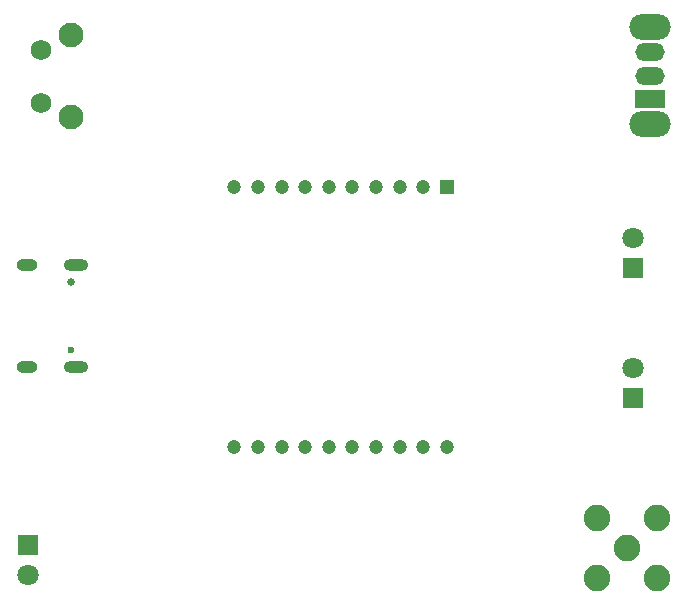
<source format=gbr>
%TF.GenerationSoftware,KiCad,Pcbnew,6.0.10-86aedd382b~118~ubuntu20.04.1*%
%TF.CreationDate,2023-01-16T10:09:38+01:00*%
%TF.ProjectId,Adaptateur-USB-Xbee-2,41646170-7461-4746-9575-722d5553422d,rev?*%
%TF.SameCoordinates,Original*%
%TF.FileFunction,Soldermask,Bot*%
%TF.FilePolarity,Negative*%
%FSLAX46Y46*%
G04 Gerber Fmt 4.6, Leading zero omitted, Abs format (unit mm)*
G04 Created by KiCad (PCBNEW 6.0.10-86aedd382b~118~ubuntu20.04.1) date 2023-01-16 10:09:38*
%MOMM*%
%LPD*%
G01*
G04 APERTURE LIST*
%ADD10R,1.200000X1.200000*%
%ADD11C,1.200000*%
%ADD12O,3.500000X2.200000*%
%ADD13R,2.500000X1.500000*%
%ADD14O,2.500000X1.500000*%
%ADD15R,1.800000X1.800000*%
%ADD16C,1.800000*%
%ADD17C,0.650000*%
%ADD18C,0.600000*%
%ADD19O,1.800000X1.000000*%
%ADD20O,2.100000X1.000000*%
%ADD21C,2.100000*%
%ADD22C,1.750000*%
%ADD23C,2.250000*%
G04 APERTURE END LIST*
D10*
%TO.C,U3B1*%
X122795000Y-101400000D03*
D11*
X120795000Y-101400000D03*
X118795000Y-101400000D03*
X116795000Y-101400000D03*
X114795000Y-101400000D03*
X112795000Y-101400000D03*
X110795000Y-101400000D03*
X108795000Y-101400000D03*
X106795000Y-101400000D03*
X104795000Y-101400000D03*
X104795000Y-123400000D03*
X106795000Y-123400000D03*
X108795000Y-123400000D03*
X110795000Y-123400000D03*
X112795000Y-123400000D03*
X114795000Y-123400000D03*
X116795000Y-123400000D03*
X118795000Y-123400000D03*
X120795000Y-123400000D03*
X122795000Y-123400000D03*
%TD*%
D12*
%TO.C,SW2*%
X140000000Y-87900000D03*
X140000000Y-96100000D03*
D13*
X140000000Y-94000000D03*
D14*
X140000000Y-92000000D03*
X140000000Y-90000000D03*
%TD*%
D15*
%TO.C,D2*%
X87325000Y-131750000D03*
D16*
X87325000Y-134290000D03*
%TD*%
D15*
%TO.C,D1*%
X138525000Y-108275000D03*
D16*
X138525000Y-105735000D03*
%TD*%
D17*
%TO.C,J2*%
X90927500Y-109415000D03*
D18*
X90927500Y-115195000D03*
D19*
X87237500Y-116635000D03*
D20*
X91417500Y-116625000D03*
D19*
X87237500Y-107985000D03*
D20*
X91417500Y-107985000D03*
%TD*%
D21*
%TO.C,SW1*%
X90952500Y-88515000D03*
X90952500Y-95525000D03*
D22*
X88462500Y-94275000D03*
X88462500Y-89775000D03*
%TD*%
D23*
%TO.C,J1*%
X138000000Y-132000000D03*
X135460000Y-134540000D03*
X135460000Y-129460000D03*
X140540000Y-129460000D03*
X140540000Y-134540000D03*
%TD*%
D15*
%TO.C,D3*%
X138525000Y-119275000D03*
D16*
X138525000Y-116735000D03*
%TD*%
M02*

</source>
